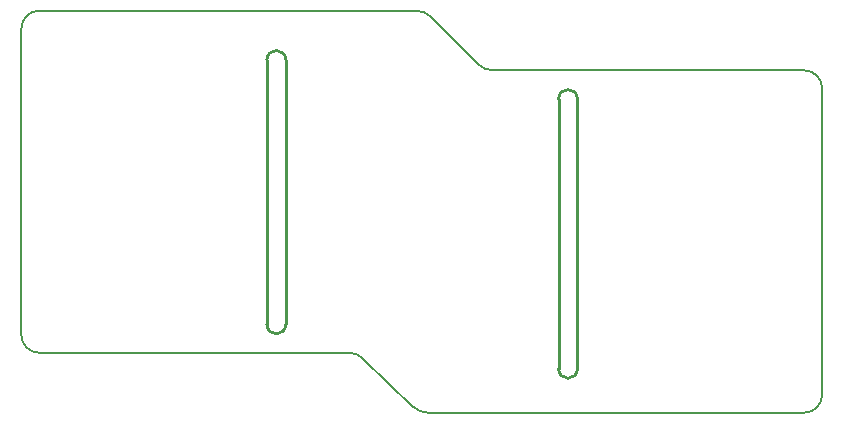
<source format=gko>
G04*
G04 #@! TF.GenerationSoftware,Altium Limited,Altium Designer,19.1.7 (138)*
G04*
G04 Layer_Color=16711935*
%FSLAX44Y44*%
%MOMM*%
G71*
G01*
G75*
%ADD10C,0.2000*%
%ADD63C,0.2540*%
D10*
X294583Y96576D02*
G03*
X282456Y101600I-12128J-12126D01*
G01*
X336935Y56003D02*
G03*
X349497Y50800I12562J12562D01*
G01*
X668020Y50800D02*
G03*
X683259Y66039I-0J15239D01*
G01*
X392052Y345817D02*
G03*
X404614Y340614I12562J12562D01*
G01*
X351914Y385956D02*
G03*
X339352Y391160I-12562J-12562D01*
G01*
X5080Y116840D02*
G03*
X20319Y101600I15239J-1D01*
G01*
X683260Y325374D02*
G03*
X668020Y340614I-15239J0D01*
G01*
X20320Y391160D02*
G03*
X5080Y375920I-2J-15238D01*
G01*
X294640Y96520D02*
X336935Y56003D01*
X404614Y340614D02*
X668020Y340614D01*
X349497Y50800D02*
X668020Y50800D01*
X683260Y325374D02*
X683260Y66040D01*
X5080Y375920D02*
X5080Y116840D01*
X20320Y391160D02*
X205236D01*
X339344D01*
X351914Y385956D02*
X392052Y345817D01*
X20319Y101600D02*
X282456Y101600D01*
D63*
X476000Y316412D02*
G03*
X460000Y316412I-8000J0D01*
G01*
Y88000D02*
G03*
X476000Y88000I8000J0D01*
G01*
X213040Y125592D02*
G03*
X229040Y125592I8000J0D01*
G01*
Y349432D02*
G03*
X213040Y349432I-8000J0D01*
G01*
X460000Y88000D02*
Y316412D01*
X476000Y88000D02*
Y316412D01*
X229040Y125984D02*
Y349432D01*
X213040Y125457D02*
Y349432D01*
M02*

</source>
